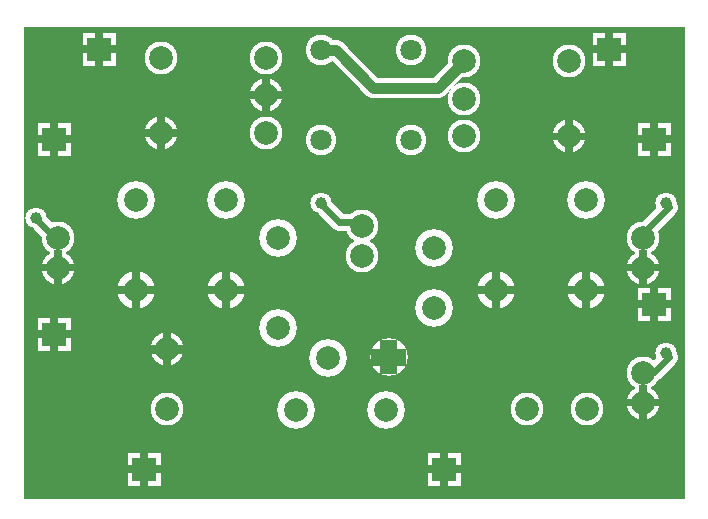
<source format=gbr>
%FSLAX34Y34*%
%MOMM*%
%LNCOPPER_TOP*%
G71*
G01*
%ADD10C,2.800*%
%ADD11C,3.200*%
%ADD12C,2.800*%
%ADD13C,2.600*%
%ADD14C,1.700*%
%ADD15C,1.800*%
%ADD16C,1.400*%
%ADD17C,0.680*%
%ADD18C,1.467*%
%ADD19C,0.667*%
%ADD20C,2.000*%
%ADD21C,2.000*%
%ADD22C,0.900*%
%ADD23C,1.000*%
%ADD24C,0.600*%
%ADD25C,4.300*%
%LPD*%
G36*
X0Y400000D02*
X560000Y400000D01*
X560000Y0D01*
X0Y0D01*
X0Y400000D01*
G37*
%LPC*%
X285750Y231850D02*
G54D10*
D03*
X285750Y206450D02*
G54D10*
D03*
X120650Y126950D02*
G54D10*
D03*
X120650Y76150D02*
G54D10*
D03*
X425450Y76150D02*
G54D10*
D03*
X476250Y76150D02*
G54D10*
D03*
X215317Y221716D02*
G54D11*
D03*
X215267Y145466D02*
G54D11*
D03*
X215317Y221716D02*
G54D12*
D03*
X347331Y212702D02*
G54D11*
D03*
X347443Y161721D02*
G54D11*
D03*
X347331Y212702D02*
G54D12*
D03*
X308603Y120274D02*
G54D11*
D03*
X257622Y120161D02*
G54D11*
D03*
X308603Y120274D02*
G54D12*
D03*
X306816Y75538D02*
G54D11*
D03*
X230566Y75588D02*
G54D11*
D03*
X306816Y75539D02*
G54D12*
D03*
X94667Y253466D02*
G54D11*
D03*
X94617Y177216D02*
G54D11*
D03*
X94667Y253466D02*
G54D12*
D03*
X170858Y253392D02*
G54D11*
D03*
X94608Y253442D02*
G54D11*
D03*
X170858Y253392D02*
G54D12*
D03*
X170858Y253392D02*
G54D11*
D03*
X170808Y177142D02*
G54D11*
D03*
X170858Y253392D02*
G54D12*
D03*
X399467Y253466D02*
G54D11*
D03*
X399417Y177216D02*
G54D11*
D03*
X399467Y253466D02*
G54D12*
D03*
X475658Y253392D02*
G54D11*
D03*
X399408Y253442D02*
G54D11*
D03*
X475658Y253392D02*
G54D12*
D03*
X475658Y253392D02*
G54D11*
D03*
X475608Y177142D02*
G54D11*
D03*
X475658Y253392D02*
G54D12*
D03*
X29023Y221761D02*
G54D10*
D03*
X29023Y196361D02*
G54D10*
D03*
X524323Y221761D02*
G54D10*
D03*
X524323Y196361D02*
G54D10*
D03*
X524323Y107461D02*
G54D10*
D03*
X524323Y82061D02*
G54D10*
D03*
X327473Y304311D02*
G54D13*
D03*
X327473Y380511D02*
G54D13*
D03*
X251273Y380511D02*
G54D13*
D03*
X251273Y304311D02*
G54D13*
D03*
X116250Y374073D02*
G54D10*
D03*
X116250Y310573D02*
G54D10*
D03*
X205150Y374073D02*
G54D10*
D03*
X205150Y342323D02*
G54D10*
D03*
X205150Y310573D02*
G54D10*
D03*
X461690Y307280D02*
G54D10*
D03*
X461690Y370780D02*
G54D10*
D03*
X372790Y307280D02*
G54D10*
D03*
X372790Y339030D02*
G54D10*
D03*
X372790Y370780D02*
G54D10*
D03*
G54D14*
X251273Y380511D02*
X263973Y380511D01*
X295723Y348761D01*
X350771Y348761D01*
X372790Y370780D01*
X543700Y250610D02*
G54D15*
D03*
X543700Y123610D02*
G54D15*
D03*
X10300Y237910D02*
G54D15*
D03*
X251600Y250610D02*
G54D15*
D03*
G54D16*
X10300Y237910D02*
X12700Y234950D01*
X25400Y222250D01*
X31750Y222250D01*
X29023Y221761D01*
G54D16*
X543700Y250610D02*
X546100Y247650D01*
X527050Y228600D01*
X527050Y222250D01*
X524323Y221761D01*
G54D16*
X251600Y250610D02*
X254000Y247650D01*
X266700Y234950D01*
X285750Y234950D01*
X285750Y231850D01*
G54D16*
X543700Y123610D02*
X546100Y120650D01*
X533400Y107950D01*
X527050Y107950D01*
X524323Y107461D01*
G36*
X87600Y39400D02*
X115600Y39400D01*
X115600Y11400D01*
X87600Y11400D01*
X87600Y39400D01*
G37*
G36*
X341600Y39400D02*
X369600Y39400D01*
X369600Y11400D01*
X341600Y11400D01*
X341600Y39400D01*
G37*
G36*
X49500Y395000D02*
X77500Y395000D01*
X77500Y367000D01*
X49500Y367000D01*
X49500Y395000D01*
G37*
G36*
X481300Y395000D02*
X509300Y395000D01*
X509300Y367000D01*
X481300Y367000D01*
X481300Y395000D01*
G37*
G36*
X11400Y153700D02*
X39400Y153700D01*
X39400Y125700D01*
X11400Y125700D01*
X11400Y153700D01*
G37*
G36*
X11400Y318800D02*
X39400Y318800D01*
X39400Y290800D01*
X11400Y290800D01*
X11400Y318800D01*
G37*
G36*
X519400Y318800D02*
X547400Y318800D01*
X547400Y290800D01*
X519400Y290800D01*
X519400Y318800D01*
G37*
G36*
X519400Y179100D02*
X547400Y179100D01*
X547400Y151100D01*
X519400Y151100D01*
X519400Y179100D01*
G37*
%LPD*%
G54D17*
G36*
X120650Y130350D02*
X135150Y130350D01*
X135150Y123550D01*
X120650Y123550D01*
X120650Y130350D01*
G37*
G36*
X124050Y126950D02*
X124050Y112450D01*
X117250Y112450D01*
X117250Y126950D01*
X124050Y126950D01*
G37*
G36*
X120650Y123550D02*
X106150Y123550D01*
X106150Y130350D01*
X120650Y130350D01*
X120650Y123550D01*
G37*
G36*
X117250Y126950D02*
X117250Y141450D01*
X124050Y141450D01*
X124050Y126950D01*
X117250Y126950D01*
G37*
G54D18*
G36*
X301270Y120274D02*
X301270Y134774D01*
X315936Y134774D01*
X315936Y120274D01*
X301270Y120274D01*
G37*
G36*
X308603Y127607D02*
X323103Y127607D01*
X323103Y112940D01*
X308603Y112940D01*
X308603Y127607D01*
G37*
G36*
X315936Y120274D02*
X315936Y105774D01*
X301270Y105774D01*
X301270Y120274D01*
X315936Y120274D01*
G37*
G36*
X308603Y112940D02*
X294103Y112940D01*
X294103Y127607D01*
X308603Y127607D01*
X308603Y112940D01*
G37*
G54D19*
G36*
X94617Y180549D02*
X111117Y180549D01*
X111117Y173883D01*
X94617Y173883D01*
X94617Y180549D01*
G37*
G36*
X97950Y177216D02*
X97950Y160716D01*
X91284Y160716D01*
X91284Y177216D01*
X97950Y177216D01*
G37*
G36*
X94617Y173883D02*
X78117Y173883D01*
X78117Y180549D01*
X94617Y180549D01*
X94617Y173883D01*
G37*
G36*
X91284Y177216D02*
X91284Y193716D01*
X97950Y193716D01*
X97950Y177216D01*
X91284Y177216D01*
G37*
G54D17*
G36*
X170808Y180542D02*
X187308Y180542D01*
X187308Y173742D01*
X170808Y173742D01*
X170808Y180542D01*
G37*
G36*
X174208Y177142D02*
X174208Y160642D01*
X167408Y160642D01*
X167408Y177142D01*
X174208Y177142D01*
G37*
G36*
X170808Y173742D02*
X154308Y173742D01*
X154308Y180542D01*
X170808Y180542D01*
X170808Y173742D01*
G37*
G36*
X167408Y177142D02*
X167408Y193642D01*
X174208Y193642D01*
X174208Y177142D01*
X167408Y177142D01*
G37*
G54D19*
G36*
X399417Y180549D02*
X415917Y180549D01*
X415917Y173883D01*
X399417Y173883D01*
X399417Y180549D01*
G37*
G36*
X402750Y177216D02*
X402750Y160716D01*
X396084Y160716D01*
X396084Y177216D01*
X402750Y177216D01*
G37*
G36*
X399417Y173883D02*
X382917Y173883D01*
X382917Y180549D01*
X399417Y180549D01*
X399417Y173883D01*
G37*
G36*
X396084Y177216D02*
X396084Y193716D01*
X402750Y193716D01*
X402750Y177216D01*
X396084Y177216D01*
G37*
G54D17*
G36*
X475608Y180542D02*
X492108Y180542D01*
X492108Y173742D01*
X475608Y173742D01*
X475608Y180542D01*
G37*
G36*
X479008Y177142D02*
X479008Y160642D01*
X472208Y160642D01*
X472208Y177142D01*
X479008Y177142D01*
G37*
G36*
X475608Y173742D02*
X459108Y173742D01*
X459108Y180542D01*
X475608Y180542D01*
X475608Y173742D01*
G37*
G36*
X472208Y177142D02*
X472208Y193642D01*
X479008Y193642D01*
X479008Y177142D01*
X472208Y177142D01*
G37*
G54D19*
G36*
X25690Y196361D02*
X25690Y210861D01*
X32356Y210861D01*
X32356Y196361D01*
X25690Y196361D01*
G37*
G36*
X29023Y199694D02*
X43523Y199694D01*
X43523Y193028D01*
X29023Y193028D01*
X29023Y199694D01*
G37*
G36*
X32356Y196361D02*
X32356Y181861D01*
X25690Y181861D01*
X25690Y196361D01*
X32356Y196361D01*
G37*
G36*
X29023Y193028D02*
X14523Y193028D01*
X14523Y199694D01*
X29023Y199694D01*
X29023Y193028D01*
G37*
G54D19*
G36*
X520990Y196361D02*
X520990Y210861D01*
X527656Y210861D01*
X527656Y196361D01*
X520990Y196361D01*
G37*
G36*
X524323Y199694D02*
X538823Y199694D01*
X538823Y193028D01*
X524323Y193028D01*
X524323Y199694D01*
G37*
G36*
X527656Y196361D02*
X527656Y181861D01*
X520990Y181861D01*
X520990Y196361D01*
X527656Y196361D01*
G37*
G36*
X524323Y193028D02*
X509823Y193028D01*
X509823Y199694D01*
X524323Y199694D01*
X524323Y193028D01*
G37*
G54D19*
G36*
X520990Y82061D02*
X520990Y96561D01*
X527656Y96561D01*
X527656Y82061D01*
X520990Y82061D01*
G37*
G36*
X524323Y85394D02*
X538823Y85394D01*
X538823Y78728D01*
X524323Y78728D01*
X524323Y85394D01*
G37*
G36*
X527656Y82061D02*
X527656Y67561D01*
X520990Y67561D01*
X520990Y82061D01*
X527656Y82061D01*
G37*
G36*
X524323Y78728D02*
X509823Y78728D01*
X509823Y85394D01*
X524323Y85394D01*
X524323Y78728D01*
G37*
G54D19*
G36*
X112917Y310573D02*
X112917Y325073D01*
X119583Y325073D01*
X119583Y310573D01*
X112917Y310573D01*
G37*
G36*
X116250Y313906D02*
X130750Y313906D01*
X130750Y307240D01*
X116250Y307240D01*
X116250Y313906D01*
G37*
G36*
X119583Y310573D02*
X119583Y296073D01*
X112917Y296073D01*
X112917Y310573D01*
X119583Y310573D01*
G37*
G36*
X116250Y307240D02*
X101750Y307240D01*
X101750Y313906D01*
X116250Y313906D01*
X116250Y307240D01*
G37*
G54D19*
G36*
X201817Y342323D02*
X201817Y356823D01*
X208483Y356823D01*
X208483Y342323D01*
X201817Y342323D01*
G37*
G36*
X205150Y345656D02*
X219650Y345656D01*
X219650Y338990D01*
X205150Y338990D01*
X205150Y345656D01*
G37*
G36*
X208483Y342323D02*
X208483Y327823D01*
X201817Y327823D01*
X201817Y342323D01*
X208483Y342323D01*
G37*
G36*
X205150Y338990D02*
X190650Y338990D01*
X190650Y345656D01*
X205150Y345656D01*
X205150Y338990D01*
G37*
G54D19*
G36*
X465023Y307280D02*
X465023Y292780D01*
X458357Y292780D01*
X458357Y307280D01*
X465023Y307280D01*
G37*
G36*
X461690Y303947D02*
X447190Y303947D01*
X447190Y310613D01*
X461690Y310613D01*
X461690Y303947D01*
G37*
G36*
X458357Y307280D02*
X458357Y321780D01*
X465023Y321780D01*
X465023Y307280D01*
X458357Y307280D01*
G37*
G36*
X461690Y310613D02*
X476190Y310613D01*
X476190Y303947D01*
X461690Y303947D01*
X461690Y310613D01*
G37*
G54D19*
G36*
X98267Y25400D02*
X98267Y39900D01*
X104933Y39900D01*
X104933Y25400D01*
X98267Y25400D01*
G37*
G36*
X101600Y28733D02*
X116100Y28733D01*
X116100Y22067D01*
X101600Y22067D01*
X101600Y28733D01*
G37*
G36*
X104933Y25400D02*
X104933Y10900D01*
X98267Y10900D01*
X98267Y25400D01*
X104933Y25400D01*
G37*
G36*
X101600Y22067D02*
X87100Y22067D01*
X87100Y28733D01*
X101600Y28733D01*
X101600Y22067D01*
G37*
G54D19*
G36*
X352267Y25400D02*
X352267Y39900D01*
X358933Y39900D01*
X358933Y25400D01*
X352267Y25400D01*
G37*
G36*
X355600Y28733D02*
X370100Y28733D01*
X370100Y22067D01*
X355600Y22067D01*
X355600Y28733D01*
G37*
G36*
X358933Y25400D02*
X358933Y10900D01*
X352267Y10900D01*
X352267Y25400D01*
X358933Y25400D01*
G37*
G36*
X355600Y22067D02*
X341100Y22067D01*
X341100Y28733D01*
X355600Y28733D01*
X355600Y22067D01*
G37*
G54D19*
G36*
X60167Y381000D02*
X60167Y395500D01*
X66833Y395500D01*
X66833Y381000D01*
X60167Y381000D01*
G37*
G36*
X63500Y384333D02*
X78000Y384333D01*
X78000Y377667D01*
X63500Y377667D01*
X63500Y384333D01*
G37*
G36*
X66833Y381000D02*
X66833Y366500D01*
X60167Y366500D01*
X60167Y381000D01*
X66833Y381000D01*
G37*
G36*
X63500Y377667D02*
X49000Y377667D01*
X49000Y384333D01*
X63500Y384333D01*
X63500Y377667D01*
G37*
G54D19*
G36*
X491967Y381000D02*
X491967Y395500D01*
X498633Y395500D01*
X498633Y381000D01*
X491967Y381000D01*
G37*
G36*
X495300Y384333D02*
X509800Y384333D01*
X509800Y377667D01*
X495300Y377667D01*
X495300Y384333D01*
G37*
G36*
X498633Y381000D02*
X498633Y366500D01*
X491967Y366500D01*
X491967Y381000D01*
X498633Y381000D01*
G37*
G36*
X495300Y377667D02*
X480800Y377667D01*
X480800Y384333D01*
X495300Y384333D01*
X495300Y377667D01*
G37*
G54D19*
G36*
X22067Y139700D02*
X22067Y154200D01*
X28733Y154200D01*
X28733Y139700D01*
X22067Y139700D01*
G37*
G36*
X25400Y143033D02*
X39900Y143033D01*
X39900Y136367D01*
X25400Y136367D01*
X25400Y143033D01*
G37*
G36*
X28733Y139700D02*
X28733Y125200D01*
X22067Y125200D01*
X22067Y139700D01*
X28733Y139700D01*
G37*
G36*
X25400Y136367D02*
X10900Y136367D01*
X10900Y143033D01*
X25400Y143033D01*
X25400Y136367D01*
G37*
G54D19*
G36*
X22067Y304800D02*
X22067Y319300D01*
X28733Y319300D01*
X28733Y304800D01*
X22067Y304800D01*
G37*
G36*
X25400Y308133D02*
X39900Y308133D01*
X39900Y301467D01*
X25400Y301467D01*
X25400Y308133D01*
G37*
G36*
X28733Y304800D02*
X28733Y290300D01*
X22067Y290300D01*
X22067Y304800D01*
X28733Y304800D01*
G37*
G36*
X25400Y301467D02*
X10900Y301467D01*
X10900Y308133D01*
X25400Y308133D01*
X25400Y301467D01*
G37*
G54D19*
G36*
X530067Y304800D02*
X530067Y319300D01*
X536733Y319300D01*
X536733Y304800D01*
X530067Y304800D01*
G37*
G36*
X533400Y308133D02*
X547900Y308133D01*
X547900Y301467D01*
X533400Y301467D01*
X533400Y308133D01*
G37*
G36*
X536733Y304800D02*
X536733Y290300D01*
X530067Y290300D01*
X530067Y304800D01*
X536733Y304800D01*
G37*
G36*
X533400Y301467D02*
X518900Y301467D01*
X518900Y308133D01*
X533400Y308133D01*
X533400Y301467D01*
G37*
G54D19*
G36*
X530067Y165100D02*
X530067Y179600D01*
X536733Y179600D01*
X536733Y165100D01*
X530067Y165100D01*
G37*
G36*
X533400Y168433D02*
X547900Y168433D01*
X547900Y161767D01*
X533400Y161767D01*
X533400Y168433D01*
G37*
G36*
X536733Y165100D02*
X536733Y150600D01*
X530067Y150600D01*
X530067Y165100D01*
X536733Y165100D01*
G37*
G36*
X533400Y161767D02*
X518900Y161767D01*
X518900Y168433D01*
X533400Y168433D01*
X533400Y161767D01*
G37*
X285750Y231850D02*
G54D20*
D03*
X285750Y206450D02*
G54D20*
D03*
X120650Y126950D02*
G54D20*
D03*
X120650Y76150D02*
G54D20*
D03*
X425450Y76150D02*
G54D20*
D03*
X476250Y76150D02*
G54D20*
D03*
X215317Y221716D02*
G54D20*
D03*
X215267Y145466D02*
G54D20*
D03*
X215317Y221716D02*
G54D21*
D03*
X347331Y212702D02*
G54D20*
D03*
X347443Y161721D02*
G54D20*
D03*
X347331Y212702D02*
G54D21*
D03*
X308603Y120274D02*
G54D20*
D03*
X257622Y120161D02*
G54D20*
D03*
X308603Y120274D02*
G54D21*
D03*
X306816Y75538D02*
G54D20*
D03*
X230566Y75588D02*
G54D20*
D03*
X306816Y75539D02*
G54D21*
D03*
X94667Y253466D02*
G54D20*
D03*
X94617Y177216D02*
G54D20*
D03*
X94667Y253466D02*
G54D21*
D03*
X170858Y253392D02*
G54D20*
D03*
X94608Y253442D02*
G54D20*
D03*
X170858Y253392D02*
G54D21*
D03*
X170858Y253392D02*
G54D20*
D03*
X170808Y177142D02*
G54D20*
D03*
X170858Y253392D02*
G54D21*
D03*
X399467Y253466D02*
G54D20*
D03*
X399417Y177216D02*
G54D20*
D03*
X399467Y253466D02*
G54D21*
D03*
X475658Y253392D02*
G54D20*
D03*
X399408Y253442D02*
G54D20*
D03*
X475658Y253392D02*
G54D21*
D03*
X475658Y253392D02*
G54D20*
D03*
X475608Y177142D02*
G54D20*
D03*
X475658Y253392D02*
G54D21*
D03*
X29023Y221761D02*
G54D20*
D03*
X29023Y196361D02*
G54D20*
D03*
X524323Y221761D02*
G54D20*
D03*
X524323Y196361D02*
G54D20*
D03*
X524323Y107461D02*
G54D20*
D03*
X524323Y82061D02*
G54D20*
D03*
X327473Y304311D02*
G54D15*
D03*
X327473Y380511D02*
G54D15*
D03*
X251273Y380511D02*
G54D15*
D03*
X251273Y304311D02*
G54D15*
D03*
X116250Y374073D02*
G54D20*
D03*
X116250Y310573D02*
G54D20*
D03*
X205150Y374073D02*
G54D20*
D03*
X205150Y342323D02*
G54D20*
D03*
X205150Y310573D02*
G54D20*
D03*
X461690Y307280D02*
G54D20*
D03*
X461690Y370780D02*
G54D20*
D03*
X372790Y307280D02*
G54D20*
D03*
X372790Y339030D02*
G54D20*
D03*
X372790Y370780D02*
G54D20*
D03*
G54D22*
X251273Y380511D02*
X263973Y380511D01*
X295723Y348761D01*
X350771Y348761D01*
X372790Y370780D01*
X543700Y250610D02*
G54D23*
D03*
X543700Y123610D02*
G54D23*
D03*
X10300Y237910D02*
G54D23*
D03*
X251600Y250610D02*
G54D23*
D03*
G54D24*
X10300Y237910D02*
X12700Y234950D01*
X25400Y222250D01*
X31750Y222250D01*
X29023Y221761D01*
G54D24*
X543700Y250610D02*
X546100Y247650D01*
X527050Y228600D01*
X527050Y222250D01*
X524323Y221761D01*
G54D24*
X251600Y250610D02*
X254000Y247650D01*
X266700Y234950D01*
X285750Y234950D01*
X285750Y231850D01*
G54D24*
X543700Y123610D02*
X546100Y120650D01*
X533400Y107950D01*
X527050Y107950D01*
X524323Y107461D01*
X25400Y31700D02*
G54D25*
D03*
G36*
X91600Y35400D02*
X111600Y35400D01*
X111600Y15400D01*
X91600Y15400D01*
X91600Y35400D01*
G37*
X533400Y31700D02*
G54D25*
D03*
G36*
X345600Y35400D02*
X365600Y35400D01*
X365600Y15400D01*
X345600Y15400D01*
X345600Y35400D01*
G37*
X25400Y361900D02*
G54D25*
D03*
X533400Y361900D02*
G54D25*
D03*
G36*
X53500Y391000D02*
X73500Y391000D01*
X73500Y371000D01*
X53500Y371000D01*
X53500Y391000D01*
G37*
G36*
X485300Y391000D02*
X505300Y391000D01*
X505300Y371000D01*
X485300Y371000D01*
X485300Y391000D01*
G37*
G36*
X15400Y149700D02*
X35400Y149700D01*
X35400Y129700D01*
X15400Y129700D01*
X15400Y149700D01*
G37*
G36*
X15400Y314800D02*
X35400Y314800D01*
X35400Y294800D01*
X15400Y294800D01*
X15400Y314800D01*
G37*
G36*
X523400Y314800D02*
X543400Y314800D01*
X543400Y294800D01*
X523400Y294800D01*
X523400Y314800D01*
G37*
G36*
X523400Y175100D02*
X543400Y175100D01*
X543400Y155100D01*
X523400Y155100D01*
X523400Y175100D01*
G37*
M02*

</source>
